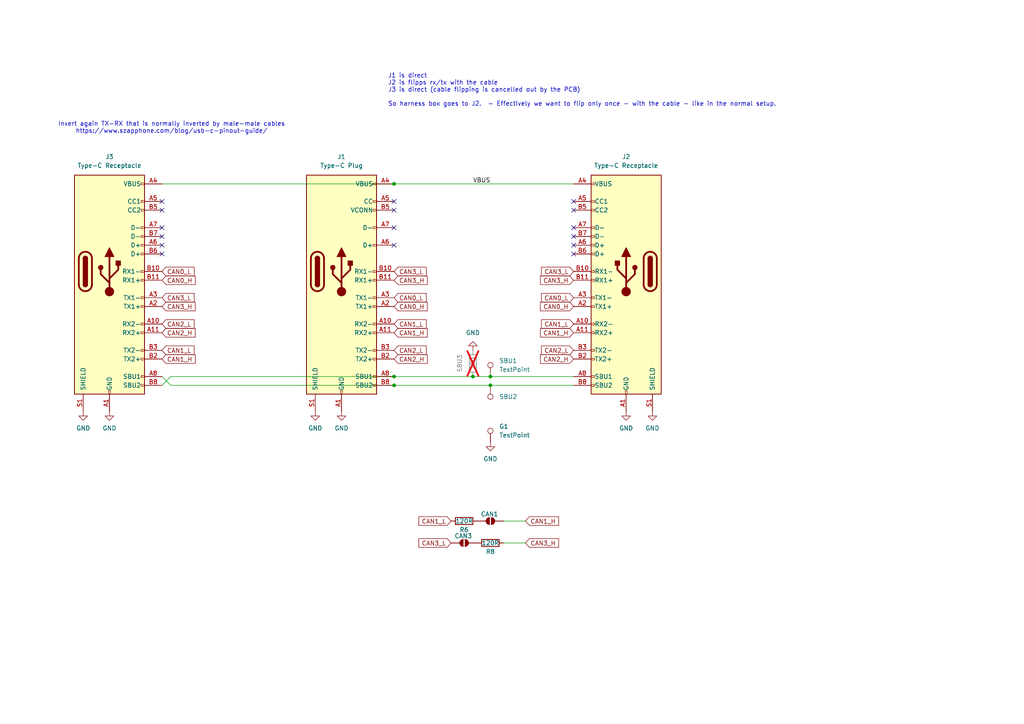
<source format=kicad_sch>
(kicad_sch (version 20250114) (generator "eeschema") (generator_version "9.0")
  (paper "A4")
  (lib_symbols
    (symbol "Connector:TestPoint" (pin_numbers (hide yes)) (pin_names (offset 0.762) (hide yes))
      (property "Reference" "TP" (at 0 6.858 0))
      (property "Value" "TestPoint" (at 0 5.08 0))
      (symbol "TestPoint_0_1"
        (circle (center 0 3.302) (radius 0.762))
      )
      (symbol "TestPoint_1_1"
        (pin passive line (at 0 0 90) (length 2.54) (name "1") (number "1"))
      )
    )
    (symbol "Connector:USB_C_Plug" (pin_names (offset 1.016))
      (property "Reference" "P" (at -10.16 29.21 0))
      (property "Value" "USB_C_Plug" (at 10.16 29.21 0))
      (symbol "USB_C_Plug_0_0"
        (rectangle (start -0.254 -35.56) (end 0.254 -34.544))
        (rectangle (start 10.16 25.654) (end 9.144 25.146))
        (rectangle (start 10.16 20.574) (end 9.144 20.066))
        (rectangle (start 10.16 18.034) (end 9.144 17.526))
        (rectangle (start 10.16 12.954) (end 9.144 12.446))
        (rectangle (start 10.16 7.874) (end 9.144 7.366))
        (rectangle (start 10.16 0.254) (end 9.144 -0.254))
        (rectangle (start 10.16 -2.286) (end 9.144 -2.794))
        (rectangle (start 10.16 -7.366) (end 9.144 -7.874))
        (rectangle (start 10.16 -9.906) (end 9.144 -10.414))
        (rectangle (start 10.16 -14.986) (end 9.144 -15.494))
        (rectangle (start 10.16 -17.526) (end 9.144 -18.034))
        (rectangle (start 10.16 -22.606) (end 9.144 -23.114))
        (rectangle (start 10.16 -25.146) (end 9.144 -25.654))
        (rectangle (start 10.16 -30.226) (end 9.144 -30.734))
        (rectangle (start 10.16 -32.766) (end 9.144 -33.274))
      )
      (symbol "USB_C_Plug_0_1"
        (rectangle (start -10.16 27.94) (end 10.16 -35.56) (stroke (width 0.254)) (fill (type background)))
        (polyline (pts (xy -8.89 -3.81) (xy -8.89 3.81)) (stroke (width 0.508)))
        (rectangle (start -7.62 -3.81) (end -6.35 3.81) (stroke (width 0.254)) (fill (type outline)))
        (arc (start -7.62 3.81) (mid -6.985 4.4423) (end -6.35 3.81) (stroke (width 0.254)))
        (arc (start -7.62 3.81) (mid -6.985 4.4423) (end -6.35 3.81) (stroke (width 0.254)) (fill (type outline)))
        (arc (start -8.89 3.81) (mid -6.985 5.7067) (end -5.08 3.81) (stroke (width 0.508)))
        (arc (start -5.08 -3.81) (mid -6.985 -5.7067) (end -8.89 -3.81) (stroke (width 0.508)))
        (arc (start -6.35 -3.81) (mid -6.985 -4.4423) (end -7.62 -3.81) (stroke (width 0.254)))
        (arc (start -6.35 -3.81) (mid -6.985 -4.4423) (end -7.62 -3.81) (stroke (width 0.254)) (fill (type outline)))
        (polyline (pts (xy -5.08 3.81) (xy -5.08 -3.81)) (stroke (width 0.508)))
      )
      (symbol "USB_C_Plug_1_1"
        (circle (center -2.54 1.143) (radius 0.635) (stroke (width 0.254)) (fill (type outline)))
        (polyline (pts (xy -1.27 4.318) (xy 0 6.858) (xy 1.27 4.318) (xy -1.27 4.318)) (stroke (width 0.254)) (fill (type outline)))
        (polyline (pts (xy 0 -2.032) (xy 2.54 0.508) (xy 2.54 1.778)) (stroke (width 0.508)))
        (polyline (pts (xy 0 -3.302) (xy -2.54 -0.762) (xy -2.54 0.508)) (stroke (width 0.508)))
        (polyline (pts (xy 0 -5.842) (xy 0 4.318)) (stroke (width 0.508)))
        (circle (center 0 -5.842) (radius 1.27) (fill (type outline)))
        (rectangle (start 1.905 1.778) (end 3.175 3.048) (stroke (width 0.254)) (fill (type outline)))
        (pin passive line (at -7.62 -40.64 90) (length 5.08) (name "SHIELD") (number "S1"))
        (pin passive line (at 0 -40.64 90) (length 5.08) (name "GND") (number "A1"))
        (pin passive line (at 0 -40.64 90) (length 5.08) (hide yes) (name "GND") (number "A12"))
        (pin passive line (at 0 -40.64 90) (length 5.08) (hide yes) (name "GND") (number "B1"))
        (pin passive line (at 0 -40.64 90) (length 5.08) (hide yes) (name "GND") (number "B12"))
        (pin passive line (at 15.24 25.4 180) (length 5.08) (name "VBUS") (number "A4"))
        (pin passive line (at 15.24 25.4 180) (length 5.08) (hide yes) (name "VBUS") (number "A9"))
        (pin passive line (at 15.24 25.4 180) (length 5.08) (hide yes) (name "VBUS") (number "B4"))
        (pin passive line (at 15.24 25.4 180) (length 5.08) (hide yes) (name "VBUS") (number "B9"))
        (pin bidirectional line (at 15.24 20.32 180) (length 5.08) (name "CC") (number "A5"))
        (pin bidirectional line (at 15.24 17.78 180) (length 5.08) (name "VCONN") (number "B5"))
        (pin bidirectional line (at 15.24 12.7 180) (length 5.08) (name "D-") (number "A7"))
        (pin bidirectional line (at 15.24 7.62 180) (length 5.08) (name "D+") (number "A6"))
        (pin bidirectional line (at 15.24 0 180) (length 5.08) (name "RX1-") (number "B10"))
        (pin bidirectional line (at 15.24 -2.54 180) (length 5.08) (name "RX1+") (number "B11"))
        (pin bidirectional line (at 15.24 -7.62 180) (length 5.08) (name "TX1-") (number "A3"))
        (pin bidirectional line (at 15.24 -10.16 180) (length 5.08) (name "TX1+") (number "A2"))
        (pin bidirectional line (at 15.24 -15.24 180) (length 5.08) (name "RX2-") (number "A10"))
        (pin bidirectional line (at 15.24 -17.78 180) (length 5.08) (name "RX2+") (number "A11"))
        (pin bidirectional line (at 15.24 -22.86 180) (length 5.08) (name "TX2-") (number "B3"))
        (pin bidirectional line (at 15.24 -25.4 180) (length 5.08) (name "TX2+") (number "B2"))
        (pin bidirectional line (at 15.24 -30.48 180) (length 5.08) (name "SBU1") (number "A8"))
        (pin bidirectional line (at 15.24 -33.02 180) (length 5.08) (name "SBU2") (number "B8"))
      )
    )
    (symbol "Connector:USB_C_Receptacle" (pin_names (offset 1.016))
      (property "Reference" "J" (at -10.16 29.21 0))
      (property "Value" "USB_C_Receptacle" (at 10.16 29.21 0))
      (symbol "USB_C_Receptacle_0_0"
        (rectangle (start -0.254 -35.56) (end 0.254 -34.544))
        (rectangle (start 10.16 25.654) (end 9.144 25.146))
        (rectangle (start 10.16 20.574) (end 9.144 20.066))
        (rectangle (start 10.16 18.034) (end 9.144 17.526))
        (rectangle (start 10.16 12.954) (end 9.144 12.446))
        (rectangle (start 10.16 10.414) (end 9.144 9.906))
        (rectangle (start 10.16 7.874) (end 9.144 7.366))
        (rectangle (start 10.16 5.334) (end 9.144 4.826))
        (rectangle (start 10.16 0.254) (end 9.144 -0.254))
        (rectangle (start 10.16 -2.286) (end 9.144 -2.794))
        (rectangle (start 10.16 -7.366) (end 9.144 -7.874))
        (rectangle (start 10.16 -9.906) (end 9.144 -10.414))
        (rectangle (start 10.16 -14.986) (end 9.144 -15.494))
        (rectangle (start 10.16 -17.526) (end 9.144 -18.034))
        (rectangle (start 10.16 -22.606) (end 9.144 -23.114))
        (rectangle (start 10.16 -25.146) (end 9.144 -25.654))
        (rectangle (start 10.16 -30.226) (end 9.144 -30.734))
        (rectangle (start 10.16 -32.766) (end 9.144 -33.274))
      )
      (symbol "USB_C_Receptacle_0_1"
        (rectangle (start -10.16 27.94) (end 10.16 -35.56) (stroke (width 0.254)) (fill (type background)))
        (polyline (pts (xy -8.89 -3.81) (xy -8.89 3.81)) (stroke (width 0.508)))
        (rectangle (start -7.62 -3.81) (end -6.35 3.81) (stroke (width 0.254)) (fill (type outline)))
        (arc (start -7.62 3.81) (mid -6.985 4.4423) (end -6.35 3.81) (stroke (width 0.254)))
        (arc (start -7.62 3.81) (mid -6.985 4.4423) (end -6.35 3.81) (stroke (width 0.254)) (fill (type outline)))
        (arc (start -8.89 3.81) (mid -6.985 5.7067) (end -5.08 3.81) (stroke (width 0.508)))
        (arc (start -5.08 -3.81) (mid -6.985 -5.7067) (end -8.89 -3.81) (stroke (width 0.508)))
        (arc (start -6.35 -3.81) (mid -6.985 -4.4423) (end -7.62 -3.81) (stroke (width 0.254)))
        (arc (start -6.35 -3.81) (mid -6.985 -4.4423) (end -7.62 -3.81) (stroke (width 0.254)) (fill (type outline)))
        (polyline (pts (xy -5.08 3.81) (xy -5.08 -3.81)) (stroke (width 0.508)))
      )
      (symbol "USB_C_Receptacle_1_1"
        (circle (center -2.54 1.143) (radius 0.635) (stroke (width 0.254)) (fill (type outline)))
        (polyline (pts (xy -1.27 4.318) (xy 0 6.858) (xy 1.27 4.318) (xy -1.27 4.318)) (stroke (width 0.254)) (fill (type outline)))
        (polyline (pts (xy 0 -2.032) (xy 2.54 0.508) (xy 2.54 1.778)) (stroke (width 0.508)))
        (polyline (pts (xy 0 -3.302) (xy -2.54 -0.762) (xy -2.54 0.508)) (stroke (width 0.508)))
        (polyline (pts (xy 0 -5.842) (xy 0 4.318)) (stroke (width 0.508)))
        (circle (center 0 -5.842) (radius 1.27) (fill (type outline)))
        (rectangle (start 1.905 1.778) (end 3.175 3.048) (stroke (width 0.254)) (fill (type outline)))
        (pin passive line (at -7.62 -40.64 90) (length 5.08) (name "SHIELD") (number "S1"))
        (pin passive line (at 0 -40.64 90) (length 5.08) (name "GND") (number "A1"))
        (pin passive line (at 0 -40.64 90) (length 5.08) (hide yes) (name "GND") (number "A12"))
        (pin passive line (at 0 -40.64 90) (length 5.08) (hide yes) (name "GND") (number "B1"))
        (pin passive line (at 0 -40.64 90) (length 5.08) (hide yes) (name "GND") (number "B12"))
        (pin passive line (at 15.24 25.4 180) (length 5.08) (name "VBUS") (number "A4"))
        (pin passive line (at 15.24 25.4 180) (length 5.08) (hide yes) (name "VBUS") (number "A9"))
        (pin passive line (at 15.24 25.4 180) (length 5.08) (hide yes) (name "VBUS") (number "B4"))
        (pin passive line (at 15.24 25.4 180) (length 5.08) (hide yes) (name "VBUS") (number "B9"))
        (pin bidirectional line (at 15.24 20.32 180) (length 5.08) (name "CC1") (number "A5"))
        (pin bidirectional line (at 15.24 17.78 180) (length 5.08) (name "CC2") (number "B5"))
        (pin bidirectional line (at 15.24 12.7 180) (length 5.08) (name "D-") (number "A7"))
        (pin bidirectional line (at 15.24 10.16 180) (length 5.08) (name "D-") (number "B7"))
        (pin bidirectional line (at 15.24 7.62 180) (length 5.08) (name "D+") (number "A6"))
        (pin bidirectional line (at 15.24 5.08 180) (length 5.08) (name "D+") (number "B6"))
        (pin bidirectional line (at 15.24 0 180) (length 5.08) (name "RX1-") (number "B10"))
        (pin bidirectional line (at 15.24 -2.54 180) (length 5.08) (name "RX1+") (number "B11"))
        (pin bidirectional line (at 15.24 -7.62 180) (length 5.08) (name "TX1-") (number "A3"))
        (pin bidirectional line (at 15.24 -10.16 180) (length 5.08) (name "TX1+") (number "A2"))
        (pin bidirectional line (at 15.24 -15.24 180) (length 5.08) (name "RX2-") (number "A10"))
        (pin bidirectional line (at 15.24 -17.78 180) (length 5.08) (name "RX2+") (number "A11"))
        (pin bidirectional line (at 15.24 -22.86 180) (length 5.08) (name "TX2-") (number "B3"))
        (pin bidirectional line (at 15.24 -25.4 180) (length 5.08) (name "TX2+") (number "B2"))
        (pin bidirectional line (at 15.24 -30.48 180) (length 5.08) (name "SBU1") (number "A8"))
        (pin bidirectional line (at 15.24 -33.02 180) (length 5.08) (name "SBU2") (number "B8"))
      )
    )
    (symbol "Device:R" (pin_numbers (hide yes)) (pin_names (offset 0))
      (property "Reference" "R" (at 2.032 0 90))
      (property "Value" "R" (at 0 0 90))
      (symbol "R_0_1"
        (rectangle (start -1.016 -2.54) (end 1.016 2.54) (stroke (width 0.254)))
      )
      (symbol "R_1_1"
        (pin passive line (at 0 3.81 270) (length 1.27) (name "~") (number "1"))
        (pin passive line (at 0 -3.81 90) (length 1.27) (name "~") (number "2"))
      )
    )
    (symbol "Jumper:SolderJumper_2_Open" (pin_numbers (hide yes)) (pin_names (offset 0) (hide yes)) (in_bom no)
      (property "Reference" "JP" (at 0 2.032 0))
      (property "Value" "SolderJumper_2_Open" (at 0 -2.54 0))
      (symbol "SolderJumper_2_Open_0_1"
        (polyline (pts (xy -0.254 1.016) (xy -0.254 -1.016)))
        (arc (start -0.254 -1.016) (mid -1.2656 0) (end -0.254 1.016))
        (arc (start -0.254 -1.016) (mid -1.2656 0) (end -0.254 1.016) (fill (type outline)))
        (arc (start 0.254 1.016) (mid 1.2656 0) (end 0.254 -1.016))
        (arc (start 0.254 1.016) (mid 1.2656 0) (end 0.254 -1.016) (fill (type outline)))
        (polyline (pts (xy 0.254 1.016) (xy 0.254 -1.016)))
      )
      (symbol "SolderJumper_2_Open_1_1"
        (pin passive line (at -3.81 0 0) (length 2.54) (name "A") (number "1"))
        (pin passive line (at 3.81 0 180) (length 2.54) (name "B") (number "2"))
      )
    )
    (symbol "power:GND" (power) (pin_names (offset 0))
      (property "Value" "GND" (at 0 -3.81 0))
      (symbol "GND_0_1"
        (polyline (pts (xy 0 0) (xy 0 -1.27) (xy 1.27 -1.27) (xy 0 -2.54) (xy -1.27 -1.27) (xy 0 -1.27)))
      )
      (symbol "GND_1_1"
        (pin power_in line (at 0 0 270) (length 0) (hide yes) (name "GND") (number "1"))
      )
    )
  )
  (text "Invert again TX-RX that is normally inverted by male-male cables\nhttps://www.szapphone.com/blog/usb-c-pinout-guide/" (at 49.784 37.084 0) (effects (font (size 1.27 1.27))))
  (text "J1 is direct\nJ2 is flipps rx/tx with the cable\nJ3 is direct (cable flipping is cancelled out by the PCB)\n\nSo harness box goes to J2.  - Effectively we want to flip only once - with the cable - like in the normal setup. \n" (at 112.522 26.162 0) (effects (font (size 1.27 1.27)) (justify left)))
  (junction (at 114.3 109.22))
  (junction (at 114.3 53.34))
  (junction (at 137.16 109.22))
  (junction (at 142.24 111.76))
  (junction (at 114.3 111.76))
  (junction (at 142.24 109.22))
  (no_connect (at 166.37 66.04))
  (no_connect (at 166.37 60.96))
  (no_connect (at 114.3 58.42))
  (no_connect (at 46.99 60.96))
  (no_connect (at 166.37 73.66))
  (no_connect (at 166.37 58.42))
  (no_connect (at 46.99 66.04))
  (no_connect (at 114.3 71.12))
  (no_connect (at 166.37 68.58))
  (no_connect (at 46.99 73.66))
  (no_connect (at 46.99 58.42))
  (no_connect (at 114.3 66.04))
  (no_connect (at 114.3 60.96))
  (no_connect (at 46.99 71.12))
  (no_connect (at 46.99 68.58))
  (no_connect (at 166.37 71.12))
  (wire (pts (xy 46.99 109.22) (xy 49.53 111.76)))
  (wire (pts (xy 46.99 53.34) (xy 114.3 53.34)))
  (wire (pts (xy 142.24 109.22) (xy 166.37 109.22)))
  (wire (pts (xy 142.24 111.76) (xy 166.37 111.76)))
  (wire (pts (xy 49.53 109.22) (xy 114.3 109.22)))
  (wire (pts (xy 46.99 111.76) (xy 49.53 109.22)))
  (wire (pts (xy 49.53 111.76) (xy 114.3 111.76)))
  (wire (pts (xy 114.3 111.76) (xy 142.24 111.76)))
  (wire (pts (xy 146.05 151.13) (xy 152.4 151.13)))
  (wire (pts (xy 114.3 53.34) (xy 166.37 53.34)))
  (wire (pts (xy 137.16 109.22) (xy 142.24 109.22)))
  (wire (pts (xy 152.4 157.48) (xy 146.05 157.48)))
  (wire (pts (xy 114.3 109.22) (xy 137.16 109.22)))
  (label "VBUS" (at 137.16 53.34 0))
  (global_label "CAN3_H" (shape input) (at 114.3 81.28 0) (property "Intersheetrefs" "${INTERSHEET_REFS}" (effects (hide yes))))
  (global_label "CAN0_L" (shape input) (at 46.99 78.74 0) (property "Intersheetrefs" "${INTERSHEET_REFS}" (effects (hide yes))))
  (global_label "CAN1_H" (shape input) (at 166.37 96.52 180) (property "Intersheetrefs" "${INTERSHEET_REFS}" (effects (hide yes))))
  (global_label "CAN0_H" (shape input) (at 114.3 88.9 0) (property "Intersheetrefs" "${INTERSHEET_REFS}" (effects (hide yes))))
  (global_label "CAN2_H" (shape input) (at 114.3 104.14 0) (property "Intersheetrefs" "${INTERSHEET_REFS}" (effects (hide yes))))
  (global_label "CAN1_L" (shape input) (at 166.37 93.98 180) (property "Intersheetrefs" "${INTERSHEET_REFS}" (effects (hide yes))))
  (global_label "CAN2_L" (shape input) (at 166.37 101.6 180) (property "Intersheetrefs" "${INTERSHEET_REFS}" (effects (hide yes))))
  (global_label "CAN1_H" (shape input) (at 46.99 104.14 0) (property "Intersheetrefs" "${INTERSHEET_REFS}" (effects (hide yes))))
  (global_label "CAN2_H" (shape input) (at 166.37 104.14 180) (property "Intersheetrefs" "${INTERSHEET_REFS}" (effects (hide yes))))
  (global_label "CAN3_L" (shape input) (at 46.99 86.36 0) (property "Intersheetrefs" "${INTERSHEET_REFS}" (effects (hide yes))))
  (global_label "CAN0_H" (shape input) (at 166.37 88.9 180) (property "Intersheetrefs" "${INTERSHEET_REFS}" (effects (hide yes))))
  (global_label "CAN1_H" (shape input) (at 152.4 151.13 0) (property "Intersheetrefs" "${INTERSHEET_REFS}" (effects (hide yes))))
  (global_label "CAN0_L" (shape input) (at 114.3 86.36 0) (property "Intersheetrefs" "${INTERSHEET_REFS}" (effects (hide yes))))
  (global_label "CAN2_H" (shape input) (at 46.99 96.52 0) (property "Intersheetrefs" "${INTERSHEET_REFS}" (effects (hide yes))))
  (global_label "CAN3_L" (shape input) (at 166.37 78.74 180) (property "Intersheetrefs" "${INTERSHEET_REFS}" (effects (hide yes))))
  (global_label "CAN1_L" (shape input) (at 46.99 101.6 0) (property "Intersheetrefs" "${INTERSHEET_REFS}" (effects (hide yes))))
  (global_label "CAN2_L" (shape input) (at 114.3 101.6 0) (property "Intersheetrefs" "${INTERSHEET_REFS}" (effects (hide yes))))
  (global_label "CAN1_L" (shape input) (at 114.3 93.98 0) (property "Intersheetrefs" "${INTERSHEET_REFS}" (effects (hide yes))))
  (global_label "CAN1_L" (shape input) (at 130.81 151.13 180) (property "Intersheetrefs" "${INTERSHEET_REFS}" (effects (hide yes))))
  (global_label "CAN0_H" (shape input) (at 46.99 81.28 0) (property "Intersheetrefs" "${INTERSHEET_REFS}" (effects (hide yes))))
  (global_label "CAN2_L" (shape input) (at 46.99 93.98 0) (property "Intersheetrefs" "${INTERSHEET_REFS}" (effects (hide yes))))
  (global_label "CAN1_H" (shape input) (at 114.3 96.52 0) (property "Intersheetrefs" "${INTERSHEET_REFS}" (effects (hide yes))))
  (global_label "CAN3_L" (shape input) (at 130.81 157.48 180) (property "Intersheetrefs" "${INTERSHEET_REFS}" (effects (hide yes))))
  (global_label "CAN3_H" (shape input) (at 46.99 88.9 0) (property "Intersheetrefs" "${INTERSHEET_REFS}" (effects (hide yes))))
  (global_label "CAN3_L" (shape input) (at 114.3 78.74 0) (property "Intersheetrefs" "${INTERSHEET_REFS}" (effects (hide yes))))
  (global_label "CAN0_L" (shape input) (at 166.37 86.36 180) (property "Intersheetrefs" "${INTERSHEET_REFS}" (effects (hide yes))))
  (global_label "CAN3_H" (shape input) (at 166.37 81.28 180) (property "Intersheetrefs" "${INTERSHEET_REFS}" (effects (hide yes))))
  (global_label "CAN3_H" (shape input) (at 152.4 157.48 0) (property "Intersheetrefs" "${INTERSHEET_REFS}" (effects (hide yes))))
  (symbol (lib_id "Jumper:SolderJumper_2_Open") (at 142.24 151.13 0) (unit 1) (in_bom no)
    (property "Reference" "CAN1" (at 141.986 149.098 0))
    (property "Value" "SolderJumper_2_Open" (effects (hide yes)))
    (property "Footprint" "Jumper:SolderJumper-2_P1.3mm_Open_RoundedPad1.0x1.5mm" (effects (hide yes)))
    (property "Description" "Solder Jumper, 2-pole, open" (effects (hide yes)))
  )
  (symbol (lib_id "power:GND") (at 189.23 119.38 0) (mirror y) (unit 1)
    (property "Reference" "#PWR06" (effects (hide yes)))
    (property "Value" "GND" (at 189.23 124.206 0))
  )
  (symbol (lib_id "Connector:TestPoint") (at 142.24 109.22 0) (unit 1) (in_bom no)
    (property "Reference" "SBU1" (at 144.78 104.6479 0) (effects (justify left)))
    (property "Value" "TestPoint" (at 144.78 107.1879 0) (effects (justify left)))
    (property "Footprint" "TestPoint:TestPoint_THTPad_D1.5mm_Drill0.7mm" (effects (hide yes)))
    (property "Description" "test point" (effects (hide yes)))
  )
  (symbol (lib_id "power:GND") (at 142.24 128.27 0) (mirror y) (unit 1)
    (property "Reference" "#PWR08" (effects (hide yes)))
    (property "Value" "GND" (at 142.24 133.096 0))
  )
  (symbol (lib_id "power:GND") (at 91.44 119.38 0) (mirror y) (unit 1)
    (property "Reference" "#PWR01" (effects (hide yes)))
    (property "Value" "GND" (at 91.44 124.206 0))
  )
  (symbol (lib_id "power:GND") (at 181.61 119.38 0) (mirror y) (unit 1)
    (property "Reference" "#PWR05" (effects (hide yes)))
    (property "Value" "GND" (at 181.61 124.206 0))
  )
  (symbol (lib_id "Connector:TestPoint") (at 142.24 128.27 0) (unit 1) (in_bom no)
    (property "Reference" "G1" (at 144.78 123.6979 0) (effects (justify left)))
    (property "Value" "TestPoint" (at 144.78 126.2379 0) (effects (justify left)))
    (property "Footprint" "TestPoint:TestPoint_THTPad_D1.5mm_Drill0.7mm" (effects (hide yes)))
    (property "Description" "test point" (effects (hide yes)))
  )
  (symbol (lib_id "power:GND") (at 24.13 119.38 0) (mirror y) (unit 1)
    (property "Reference" "#PWR04" (effects (hide yes)))
    (property "Value" "GND" (at 24.13 124.206 0))
  )
  (symbol (lib_id "Connector:USB_C_Receptacle") (at 31.75 78.74 0) (unit 1)
    (property "Reference" "J3" (at 31.75 45.466 0))
    (property "Value" "Type-C Receptacle" (at 31.75 48.006 0))
    (property "Datasheet" "https://wmsc.lcsc.com/wmsc/upload/file/pdf/v2/lcsc/1912111437_HOOYA-USB-307HG-B-SU_C309352.pdf" (effects (hide yes)))
    (property "LCSC" "C5156605" (effects (hide yes)))
    (property "FT Layer Override" "top" (effects (hide yes)))
    (property "FT Rotation Offset" "0" (effects (hide yes)))
  )
  (symbol (lib_id "Device:R") (at 142.24 157.48 270) (unit 1)
    (property "Reference" "R8" (at 142.24 160.02 90))
    (property "Value" "120R" (at 142.24 157.48 90))
    (property "Footprint" "Resistor_SMD:R_0603_1608Metric" (effects (hide yes)))
    (property "LCSC" "C22787" (effects (hide yes)))
  )
  (symbol (lib_id "Connector:USB_C_Plug") (at 99.06 78.74 0) (unit 1)
    (property "Reference" "J1" (at 99.06 45.466 0))
    (property "Value" "Type-C Plug" (at 99.06 48.006 0))
    (property "Datasheet" "https://www.usb.org/sites/default/files/documents/usb_type-c.zip" (effects (hide yes)))
    (property "Description" "USB Type-C Plug connector or C2840397" (effects (hide yes)))
    (property "LCSC" "C2840398" (effects (hide yes)))
    (property "FT Layer Override" "top" (effects (hide yes)))
  )
  (symbol (lib_id "Jumper:SolderJumper_2_Open") (at 134.62 157.48 0) (unit 1) (in_bom no)
    (property "Reference" "CAN3" (at 134.366 155.448 0))
    (property "Value" "SolderJumper_2_Open" (effects (hide yes)))
    (property "Footprint" "Jumper:SolderJumper-2_P1.3mm_Open_RoundedPad1.0x1.5mm" (effects (hide yes)))
    (property "Description" "Solder Jumper, 2-pole, open" (effects (hide yes)))
  )
  (symbol (lib_id "power:GND") (at 99.06 119.38 0) (mirror y) (unit 1)
    (property "Reference" "#PWR02" (effects (hide yes)))
    (property "Value" "GND" (at 99.06 124.206 0))
  )
  (symbol (lib_id "power:GND") (at 31.75 119.38 0) (mirror y) (unit 1)
    (property "Reference" "#PWR03" (effects (hide yes)))
    (property "Value" "GND" (at 31.75 124.206 0))
  )
  (symbol (lib_id "Connector:USB_C_Receptacle") (at 181.61 78.74 0) (mirror y) (unit 1)
    (property "Reference" "J2" (at 181.61 45.466 0))
    (property "Value" "Type-C Receptacle" (at 181.61 48.006 0))
    (property "Datasheet" "https://wmsc.lcsc.com/wmsc/upload/file/pdf/v2/lcsc/1912111437_HOOYA-USB-307HG-B-SU_C309352.pdf" (effects (hide yes)))
    (property "LCSC" "C5156605" (effects (hide yes)))
    (property "FT Layer Override" "top" (effects (hide yes)))
    (property "FT Rotation Offset" "0" (effects (hide yes)))
  )
  (symbol (lib_id "power:GND") (at 137.16 101.6 0) (mirror x) (unit 1)
    (property "Reference" "#PWR07" (effects (hide yes)))
    (property "Value" "GND" (at 137.16 96.52 0))
  )
  (symbol (lib_id "Device:R") (at 137.16 105.41 180) (unit 1) (in_bom no) (dnp yes)
    (property "Reference" "SBU3" (at 133.35 105.41 90))
    (property "Value" "200" (at 137.16 105.41 90))
    (property "Footprint" "Resistor_SMD:R_0603_1608Metric_Pad0.98x0.95mm_HandSolder" (effects (hide yes)))
    (property "LCSC" "C21190" (effects (hide yes)))
  )
  (symbol (lib_id "Device:R") (at 134.62 151.13 270) (unit 1)
    (property "Reference" "R6" (at 134.62 153.67 90))
    (property "Value" "120R" (at 134.62 151.13 90))
    (property "Footprint" "Resistor_SMD:R_0603_1608Metric" (effects (hide yes)))
    (property "LCSC" "C22787" (effects (hide yes)))
  )
  (symbol (lib_id "Connector:TestPoint") (at 142.24 111.76 180) (unit 1) (in_bom no)
    (property "Reference" "SBU2" (at 144.78 115.0619 0) (effects (justify right)))
    (property "Value" "TestPoint" (effects (hide yes)))
    (property "Footprint" "TestPoint:TestPoint_THTPad_D1.5mm_Drill0.7mm" (effects (hide yes)))
    (property "Description" "test point" (effects (hide yes)))
  )
)
</source>
